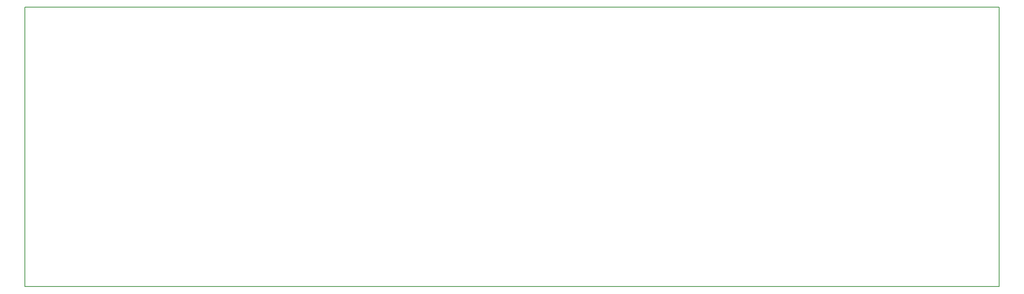
<source format=gbr>
G04 #@! TF.FileFunction,Profile,NP*
%FSLAX46Y46*%
G04 Gerber Fmt 4.6, Leading zero omitted, Abs format (unit mm)*
G04 Created by KiCad (PCBNEW 4.0.7) date 02/24/22 00:53:32*
%MOMM*%
%LPD*%
G01*
G04 APERTURE LIST*
%ADD10C,0.100000*%
%ADD11C,0.150000*%
G04 APERTURE END LIST*
D10*
D11*
X37000000Y-106000000D02*
X37000000Y-43000000D01*
X256000000Y-106000000D02*
X37000000Y-106000000D01*
X256000000Y-43000000D02*
X256000000Y-106000000D01*
X37000000Y-43000000D02*
X256000000Y-43000000D01*
M02*

</source>
